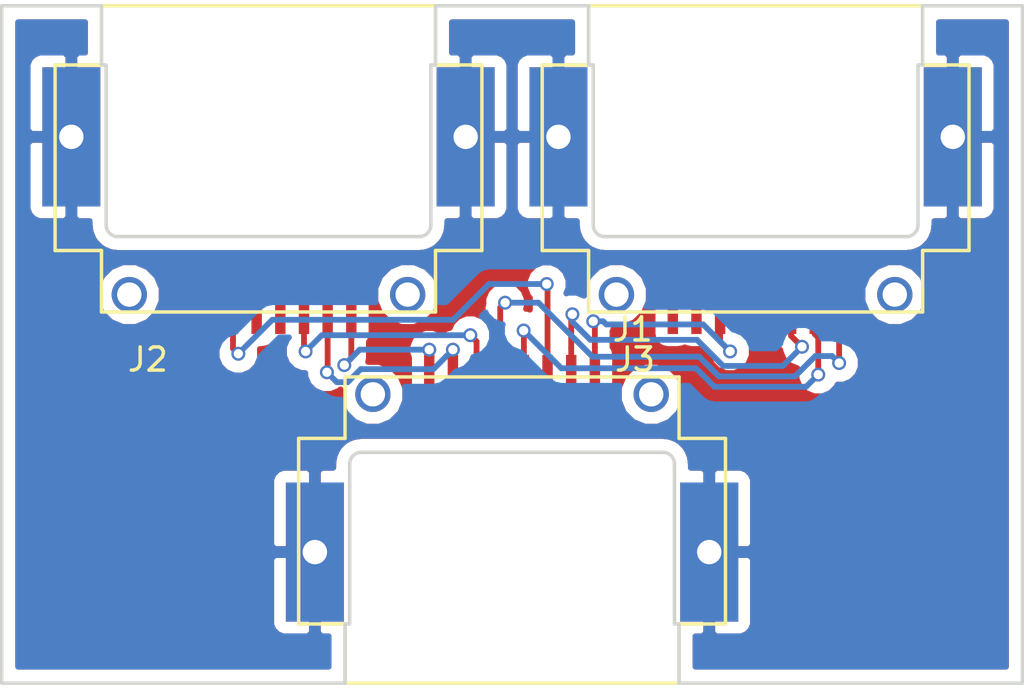
<source format=kicad_pcb>
(kicad_pcb (version 4) (host pcbnew 4.0.6)

  (general
    (links 13)
    (no_connects 5)
    (area 158.924999 99.724999 203.075001 129.075001)
    (thickness 1.6)
    (drawings 7)
    (tracks 97)
    (zones 0)
    (modules 3)
    (nets 10)
  )

  (page A4)
  (layers
    (0 F.Cu signal)
    (31 B.Cu signal)
    (32 B.Adhes user)
    (33 F.Adhes user)
    (34 B.Paste user)
    (35 F.Paste user)
    (36 B.SilkS user)
    (37 F.SilkS user)
    (38 B.Mask user)
    (39 F.Mask user)
    (40 Dwgs.User user)
    (41 Cmts.User user)
    (42 Eco1.User user)
    (43 Eco2.User user)
    (44 Edge.Cuts user)
    (45 Margin user)
    (46 B.CrtYd user)
    (47 F.CrtYd user)
    (48 B.Fab user)
    (49 F.Fab user)
  )

  (setup
    (last_trace_width 0.25)
    (trace_clearance 0.2)
    (zone_clearance 0.508)
    (zone_45_only no)
    (trace_min 0.2)
    (segment_width 0.2)
    (edge_width 0.15)
    (via_size 0.6)
    (via_drill 0.4)
    (via_min_size 0.4)
    (via_min_drill 0.3)
    (uvia_size 0.3)
    (uvia_drill 0.1)
    (uvias_allowed no)
    (uvia_min_size 0.2)
    (uvia_min_drill 0.1)
    (pcb_text_width 0.3)
    (pcb_text_size 1.5 1.5)
    (mod_edge_width 0.15)
    (mod_text_size 1 1)
    (mod_text_width 0.15)
    (pad_size 1.524 1.524)
    (pad_drill 0.762)
    (pad_to_mask_clearance 0.2)
    (aux_axis_origin 0 0)
    (visible_elements FFFFFF7F)
    (pcbplotparams
      (layerselection 0x00030_80000001)
      (usegerberextensions false)
      (excludeedgelayer true)
      (linewidth 0.100000)
      (plotframeref false)
      (viasonmask false)
      (mode 1)
      (useauxorigin false)
      (hpglpennumber 1)
      (hpglpenspeed 20)
      (hpglpendiameter 15)
      (hpglpenoverlay 2)
      (psnegative false)
      (psa4output false)
      (plotreference true)
      (plotvalue true)
      (plotinvisibletext false)
      (padsonsilk false)
      (subtractmaskfromsilk false)
      (outputformat 1)
      (mirror false)
      (drillshape 1)
      (scaleselection 1)
      (outputdirectory ""))
  )

  (net 0 "")
  (net 1 "Net-(J1-Pad9)")
  (net 2 "Net-(J1-Pad5)")
  (net 3 "Net-(J1-Pad4)")
  (net 4 "Net-(J1-Pad6)")
  (net 5 "Net-(J1-Pad3)")
  (net 6 "Net-(J1-Pad2)")
  (net 7 "Net-(J1-Pad7)")
  (net 8 "Net-(J1-Pad8)")
  (net 9 "Net-(J1-Pad1)")

  (net_class Default "This is the default net class."
    (clearance 0.2)
    (trace_width 0.25)
    (via_dia 0.6)
    (via_drill 0.4)
    (uvia_dia 0.3)
    (uvia_drill 0.1)
    (add_net "Net-(J1-Pad1)")
    (add_net "Net-(J1-Pad2)")
    (add_net "Net-(J1-Pad3)")
    (add_net "Net-(J1-Pad4)")
    (add_net "Net-(J1-Pad5)")
    (add_net "Net-(J1-Pad6)")
    (add_net "Net-(J1-Pad7)")
    (add_net "Net-(J1-Pad8)")
    (add_net "Net-(J1-Pad9)")
  )

  (module rj45mid:rj45mid (layer F.Cu) (tedit 593474EC) (tstamp 59347147)
    (at 181 129 180)
    (path /59346FCC)
    (fp_text reference J1 (at -5.2 15.25 180) (layer F.SilkS)
      (effects (font (size 1 1) (thickness 0.15)))
    )
    (fp_text value RJ45 (at 0.1 15.45 180) (layer F.Fab)
      (effects (font (size 1 1) (thickness 0.15)))
    )
    (fp_arc (start -6.5 9.45) (end -6.5 9.95) (angle 90) (layer Edge.Cuts) (width 0.15))
    (fp_arc (start 6.5 9.45) (end 7 9.45) (angle 90) (layer Edge.Cuts) (width 0.15))
    (fp_line (start -7.2 10.55) (end -7.2 13.2) (layer F.SilkS) (width 0.15))
    (fp_line (start -9.2 10.55) (end -7.2 10.55) (layer F.SilkS) (width 0.15))
    (fp_line (start -7.2 2.55) (end -7.2 0) (layer F.SilkS) (width 0.15))
    (fp_line (start -9.2 2.55) (end -7.2 2.55) (layer F.SilkS) (width 0.15))
    (fp_line (start 7 9.45) (end 7 2.55) (layer Edge.Cuts) (width 0.15))
    (fp_line (start -7 2.55) (end -7 9.45) (layer Edge.Cuts) (width 0.15))
    (fp_line (start 6.5 9.95) (end -6.5 9.95) (layer Edge.Cuts) (width 0.15))
    (fp_line (start -7.2 2.55) (end -7 2.55) (layer Edge.Cuts) (width 0.15))
    (fp_line (start 7.2 0) (end 7.2 2.55) (layer Edge.Cuts) (width 0.15))
    (fp_line (start -7.2 13.2) (end 7.2 13.2) (layer F.SilkS) (width 0.15))
    (fp_line (start -9.2 2.55) (end -9.2 10.55) (layer F.SilkS) (width 0.15))
    (fp_line (start -7.2 0) (end 7.2 0) (layer F.SilkS) (width 0.15))
    (fp_line (start -7.2 0) (end -7.2 2.55) (layer Edge.Cuts) (width 0.15))
    (fp_line (start 7 2.55) (end 7.2 2.55) (layer Edge.Cuts) (width 0.15))
    (fp_line (start 7.2 2.55) (end 7.2 0) (layer F.SilkS) (width 0.15))
    (fp_line (start 7.2 2.55) (end 9.2 2.55) (layer F.SilkS) (width 0.15))
    (fp_line (start 9.2 2.55) (end 9.2 10.55) (layer F.SilkS) (width 0.15))
    (fp_line (start 7.2 10.55) (end 9.2 10.55) (layer F.SilkS) (width 0.15))
    (fp_line (start 7.2 10.55) (end 7.2 13.2) (layer F.SilkS) (width 0.15))
    (pad "" np_thru_hole circle (at -6 12.45 180) (size 1.524 1.524) (drill 1.05) (layers *.Cu *.Mask))
    (pad "" np_thru_hole circle (at 6 12.45 180) (size 1.524 1.524) (drill 1.05) (layers *.Cu *.Mask))
    (pad 9 thru_hole rect (at -8.5 5.65 180) (size 2.5 6) (drill 1.05) (layers *.Cu *.Mask)
      (net 1 "Net-(J1-Pad9)"))
    (pad 9 thru_hole rect (at 8.5 5.65 180) (size 2.5 6) (drill 1.05) (layers *.Cu *.Mask)
      (net 1 "Net-(J1-Pad9)"))
    (pad 5 smd rect (at -0.51 12.75 180) (size 0.45 2.8) (layers F.Cu F.Paste F.Mask)
      (net 2 "Net-(J1-Pad5)"))
    (pad 4 smd rect (at 0.51 12.75 180) (size 0.45 2.8) (layers F.Cu F.Paste F.Mask)
      (net 3 "Net-(J1-Pad4)"))
    (pad 6 smd rect (at -1.53 12.75 180) (size 0.45 2.8) (layers F.Cu F.Paste F.Mask)
      (net 4 "Net-(J1-Pad6)"))
    (pad 3 smd rect (at 1.53 12.75 180) (size 0.45 2.8) (layers F.Cu F.Paste F.Mask)
      (net 5 "Net-(J1-Pad3)"))
    (pad 2 smd rect (at 2.55 12.75 180) (size 0.45 2.8) (layers F.Cu F.Paste F.Mask)
      (net 6 "Net-(J1-Pad2)"))
    (pad 7 smd rect (at -2.55 12.75 180) (size 0.45 2.8) (layers F.Cu F.Paste F.Mask)
      (net 7 "Net-(J1-Pad7)"))
    (pad 8 smd rect (at -3.57 12.75 180) (size 0.45 2.8) (layers F.Cu F.Paste F.Mask)
      (net 8 "Net-(J1-Pad8)"))
    (pad 1 smd rect (at 3.57 12.75 180) (size 0.45 2.8) (layers F.Cu F.Paste F.Mask)
      (net 9 "Net-(J1-Pad1)"))
  )

  (module rj45mid:rj45mid (layer F.Cu) (tedit 593474EC) (tstamp 59347272)
    (at 191.5 99.8)
    (path /59347207)
    (fp_text reference J3 (at -5.2 15.25) (layer F.SilkS)
      (effects (font (size 1 1) (thickness 0.15)))
    )
    (fp_text value RJ45 (at 0.1 15.45) (layer F.Fab)
      (effects (font (size 1 1) (thickness 0.15)))
    )
    (fp_arc (start -6.5 9.45) (end -6.5 9.95) (angle 90) (layer Edge.Cuts) (width 0.15))
    (fp_arc (start 6.5 9.45) (end 7 9.45) (angle 90) (layer Edge.Cuts) (width 0.15))
    (fp_line (start -7.2 10.55) (end -7.2 13.2) (layer F.SilkS) (width 0.15))
    (fp_line (start -9.2 10.55) (end -7.2 10.55) (layer F.SilkS) (width 0.15))
    (fp_line (start -7.2 2.55) (end -7.2 0) (layer F.SilkS) (width 0.15))
    (fp_line (start -9.2 2.55) (end -7.2 2.55) (layer F.SilkS) (width 0.15))
    (fp_line (start 7 9.45) (end 7 2.55) (layer Edge.Cuts) (width 0.15))
    (fp_line (start -7 2.55) (end -7 9.45) (layer Edge.Cuts) (width 0.15))
    (fp_line (start 6.5 9.95) (end -6.5 9.95) (layer Edge.Cuts) (width 0.15))
    (fp_line (start -7.2 2.55) (end -7 2.55) (layer Edge.Cuts) (width 0.15))
    (fp_line (start 7.2 0) (end 7.2 2.55) (layer Edge.Cuts) (width 0.15))
    (fp_line (start -7.2 13.2) (end 7.2 13.2) (layer F.SilkS) (width 0.15))
    (fp_line (start -9.2 2.55) (end -9.2 10.55) (layer F.SilkS) (width 0.15))
    (fp_line (start -7.2 0) (end 7.2 0) (layer F.SilkS) (width 0.15))
    (fp_line (start -7.2 0) (end -7.2 2.55) (layer Edge.Cuts) (width 0.15))
    (fp_line (start 7 2.55) (end 7.2 2.55) (layer Edge.Cuts) (width 0.15))
    (fp_line (start 7.2 2.55) (end 7.2 0) (layer F.SilkS) (width 0.15))
    (fp_line (start 7.2 2.55) (end 9.2 2.55) (layer F.SilkS) (width 0.15))
    (fp_line (start 9.2 2.55) (end 9.2 10.55) (layer F.SilkS) (width 0.15))
    (fp_line (start 7.2 10.55) (end 9.2 10.55) (layer F.SilkS) (width 0.15))
    (fp_line (start 7.2 10.55) (end 7.2 13.2) (layer F.SilkS) (width 0.15))
    (pad "" np_thru_hole circle (at -6 12.45) (size 1.524 1.524) (drill 1.05) (layers *.Cu *.Mask))
    (pad "" np_thru_hole circle (at 6 12.45) (size 1.524 1.524) (drill 1.05) (layers *.Cu *.Mask))
    (pad 9 thru_hole rect (at -8.5 5.65) (size 2.5 6) (drill 1.05) (layers *.Cu *.Mask)
      (net 1 "Net-(J1-Pad9)"))
    (pad 9 thru_hole rect (at 8.5 5.65) (size 2.5 6) (drill 1.05) (layers *.Cu *.Mask)
      (net 1 "Net-(J1-Pad9)"))
    (pad 5 smd rect (at -0.51 12.75) (size 0.45 2.8) (layers F.Cu F.Paste F.Mask))
    (pad 4 smd rect (at 0.51 12.75) (size 0.45 2.8) (layers F.Cu F.Paste F.Mask))
    (pad 6 smd rect (at -1.53 12.75) (size 0.45 2.8) (layers F.Cu F.Paste F.Mask)
      (net 8 "Net-(J1-Pad8)"))
    (pad 3 smd rect (at 1.53 12.75) (size 0.45 2.8) (layers F.Cu F.Paste F.Mask)
      (net 7 "Net-(J1-Pad7)"))
    (pad 2 smd rect (at 2.55 12.75) (size 0.45 2.8) (layers F.Cu F.Paste F.Mask)
      (net 2 "Net-(J1-Pad5)"))
    (pad 7 smd rect (at -2.55 12.75) (size 0.45 2.8) (layers F.Cu F.Paste F.Mask))
    (pad 8 smd rect (at -3.57 12.75) (size 0.45 2.8) (layers F.Cu F.Paste F.Mask))
    (pad 1 smd rect (at 3.57 12.75) (size 0.45 2.8) (layers F.Cu F.Paste F.Mask)
      (net 3 "Net-(J1-Pad4)"))
  )

  (module rj45mid:rj45mid (layer F.Cu) (tedit 593474EC) (tstamp 59347262)
    (at 170.5 99.8)
    (path /59347189)
    (fp_text reference J2 (at -5.2 15.25) (layer F.SilkS)
      (effects (font (size 1 1) (thickness 0.15)))
    )
    (fp_text value RJ45 (at 0.1 15.45) (layer F.Fab)
      (effects (font (size 1 1) (thickness 0.15)))
    )
    (fp_arc (start -6.5 9.45) (end -6.5 9.95) (angle 90) (layer Edge.Cuts) (width 0.15))
    (fp_arc (start 6.5 9.45) (end 7 9.45) (angle 90) (layer Edge.Cuts) (width 0.15))
    (fp_line (start -7.2 10.55) (end -7.2 13.2) (layer F.SilkS) (width 0.15))
    (fp_line (start -9.2 10.55) (end -7.2 10.55) (layer F.SilkS) (width 0.15))
    (fp_line (start -7.2 2.55) (end -7.2 0) (layer F.SilkS) (width 0.15))
    (fp_line (start -9.2 2.55) (end -7.2 2.55) (layer F.SilkS) (width 0.15))
    (fp_line (start 7 9.45) (end 7 2.55) (layer Edge.Cuts) (width 0.15))
    (fp_line (start -7 2.55) (end -7 9.45) (layer Edge.Cuts) (width 0.15))
    (fp_line (start 6.5 9.95) (end -6.5 9.95) (layer Edge.Cuts) (width 0.15))
    (fp_line (start -7.2 2.55) (end -7 2.55) (layer Edge.Cuts) (width 0.15))
    (fp_line (start 7.2 0) (end 7.2 2.55) (layer Edge.Cuts) (width 0.15))
    (fp_line (start -7.2 13.2) (end 7.2 13.2) (layer F.SilkS) (width 0.15))
    (fp_line (start -9.2 2.55) (end -9.2 10.55) (layer F.SilkS) (width 0.15))
    (fp_line (start -7.2 0) (end 7.2 0) (layer F.SilkS) (width 0.15))
    (fp_line (start -7.2 0) (end -7.2 2.55) (layer Edge.Cuts) (width 0.15))
    (fp_line (start 7 2.55) (end 7.2 2.55) (layer Edge.Cuts) (width 0.15))
    (fp_line (start 7.2 2.55) (end 7.2 0) (layer F.SilkS) (width 0.15))
    (fp_line (start 7.2 2.55) (end 9.2 2.55) (layer F.SilkS) (width 0.15))
    (fp_line (start 9.2 2.55) (end 9.2 10.55) (layer F.SilkS) (width 0.15))
    (fp_line (start 7.2 10.55) (end 9.2 10.55) (layer F.SilkS) (width 0.15))
    (fp_line (start 7.2 10.55) (end 7.2 13.2) (layer F.SilkS) (width 0.15))
    (pad "" np_thru_hole circle (at -6 12.45) (size 1.524 1.524) (drill 1.05) (layers *.Cu *.Mask))
    (pad "" np_thru_hole circle (at 6 12.45) (size 1.524 1.524) (drill 1.05) (layers *.Cu *.Mask))
    (pad 9 thru_hole rect (at -8.5 5.65) (size 2.5 6) (drill 1.05) (layers *.Cu *.Mask)
      (net 1 "Net-(J1-Pad9)"))
    (pad 9 thru_hole rect (at 8.5 5.65) (size 2.5 6) (drill 1.05) (layers *.Cu *.Mask)
      (net 1 "Net-(J1-Pad9)"))
    (pad 5 smd rect (at -0.51 12.75) (size 0.45 2.8) (layers F.Cu F.Paste F.Mask))
    (pad 4 smd rect (at 0.51 12.75) (size 0.45 2.8) (layers F.Cu F.Paste F.Mask))
    (pad 6 smd rect (at -1.53 12.75) (size 0.45 2.8) (layers F.Cu F.Paste F.Mask)
      (net 4 "Net-(J1-Pad6)"))
    (pad 3 smd rect (at 1.53 12.75) (size 0.45 2.8) (layers F.Cu F.Paste F.Mask)
      (net 5 "Net-(J1-Pad3)"))
    (pad 2 smd rect (at 2.55 12.75) (size 0.45 2.8) (layers F.Cu F.Paste F.Mask)
      (net 6 "Net-(J1-Pad2)"))
    (pad 7 smd rect (at -2.55 12.75) (size 0.45 2.8) (layers F.Cu F.Paste F.Mask))
    (pad 8 smd rect (at -3.57 12.75) (size 0.45 2.8) (layers F.Cu F.Paste F.Mask))
    (pad 1 smd rect (at 3.57 12.75) (size 0.45 2.8) (layers F.Cu F.Paste F.Mask)
      (net 9 "Net-(J1-Pad1)"))
  )

  (gr_line (start 177.7 99.8) (end 184.3 99.8) (layer Edge.Cuts) (width 0.15))
  (gr_line (start 203 99.8) (end 203 129) (layer Edge.Cuts) (width 0.15))
  (gr_line (start 198.7 99.8) (end 203 99.8) (layer Edge.Cuts) (width 0.15))
  (gr_line (start 159 129) (end 173.8 129) (layer Edge.Cuts) (width 0.15))
  (gr_line (start 159 99.8) (end 159 129) (layer Edge.Cuts) (width 0.15))
  (gr_line (start 163.3 99.8) (end 159 99.8) (layer Edge.Cuts) (width 0.15))
  (gr_line (start 188.2 129) (end 203 129) (layer Edge.Cuts) (width 0.15))

  (segment (start 194.2 115.7) (end 194.2 114.1) (width 0.25) (layer F.Cu) (net 2))
  (segment (start 194.2 114.1) (end 194.05 113.95) (width 0.25) (layer F.Cu) (net 2))
  (segment (start 194.05 113.95) (end 194.05 112.55) (width 0.25) (layer F.Cu) (net 2))
  (segment (start 193.583831 116.225024) (end 193.674976 116.225024) (width 0.25) (layer B.Cu) (net 2))
  (segment (start 193.674976 116.225024) (end 194.2 115.7) (width 0.25) (layer B.Cu) (net 2))
  (via (at 194.2 115.7) (size 0.6) (drill 0.4) (layers F.Cu B.Cu) (net 2))
  (segment (start 189.727198 116.225024) (end 193.583831 116.225024) (width 0.25) (layer B.Cu) (net 2))
  (segment (start 183.125001 115.425001) (end 188.927175 115.425001) (width 0.25) (layer B.Cu) (net 2))
  (segment (start 181.5 113.8) (end 183.125001 115.425001) (width 0.25) (layer B.Cu) (net 2))
  (segment (start 188.927175 115.425001) (end 189.727198 116.225024) (width 0.25) (layer B.Cu) (net 2))
  (segment (start 181.51 114.51) (end 181.51 113.81) (width 0.25) (layer F.Cu) (net 2))
  (segment (start 181.51 113.81) (end 181.5 113.8) (width 0.25) (layer F.Cu) (net 2))
  (via (at 181.5 113.8) (size 0.6) (drill 0.4) (layers F.Cu B.Cu) (net 2))
  (segment (start 181.51 116.25) (end 181.51 114.51) (width 0.25) (layer F.Cu) (net 2))
  (segment (start 193.199983 115.775013) (end 194.074995 114.900001) (width 0.25) (layer B.Cu) (net 3))
  (segment (start 194.074995 114.900001) (end 194.800001 114.900001) (width 0.25) (layer B.Cu) (net 3))
  (segment (start 184.467091 114.928504) (end 189.067089 114.928504) (width 0.25) (layer B.Cu) (net 3))
  (segment (start 182.138587 112.6) (end 184.467091 114.928504) (width 0.25) (layer B.Cu) (net 3))
  (segment (start 189.067089 114.928504) (end 189.913598 115.775013) (width 0.25) (layer B.Cu) (net 3))
  (segment (start 180.7 112.6) (end 182.138587 112.6) (width 0.25) (layer B.Cu) (net 3))
  (segment (start 194.800001 114.900001) (end 195.1 115.2) (width 0.25) (layer B.Cu) (net 3))
  (segment (start 189.913598 115.775013) (end 193.199983 115.775013) (width 0.25) (layer B.Cu) (net 3))
  (segment (start 195.1 115.2) (end 195.1 112.58) (width 0.25) (layer F.Cu) (net 3))
  (segment (start 195.1 112.58) (end 195.07 112.55) (width 0.25) (layer F.Cu) (net 3))
  (via (at 195.1 115.2) (size 0.6) (drill 0.4) (layers F.Cu B.Cu) (net 3))
  (segment (start 180.49 114.51) (end 180.49 112.81) (width 0.25) (layer F.Cu) (net 3))
  (segment (start 180.49 112.81) (end 180.7 112.6) (width 0.25) (layer F.Cu) (net 3))
  (via (at 180.7 112.6) (size 0.6) (drill 0.4) (layers F.Cu B.Cu) (net 3))
  (segment (start 180.49 116.25) (end 180.49 114.51) (width 0.25) (layer F.Cu) (net 3))
  (segment (start 182.071286 111.79555) (end 182.49555 111.79555) (width 0.25) (layer B.Cu) (net 4))
  (segment (start 170.662999 113.337001) (end 178.462999 113.337001) (width 0.25) (layer B.Cu) (net 4))
  (segment (start 169.2 114.8) (end 170.662999 113.337001) (width 0.25) (layer B.Cu) (net 4))
  (via (at 182.49555 111.79555) (size 0.6) (drill 0.4) (layers F.Cu B.Cu) (net 4))
  (segment (start 182.53 111.83) (end 182.49555 111.79555) (width 0.25) (layer F.Cu) (net 4))
  (segment (start 182.53 116.25) (end 182.53 111.83) (width 0.25) (layer F.Cu) (net 4))
  (segment (start 180.00445 111.79555) (end 182.071286 111.79555) (width 0.25) (layer B.Cu) (net 4))
  (segment (start 178.462999 113.337001) (end 180.00445 111.79555) (width 0.25) (layer B.Cu) (net 4))
  (segment (start 168.97 114.2) (end 168.97 114.57) (width 0.25) (layer F.Cu) (net 4))
  (via (at 169.2 114.8) (size 0.6) (drill 0.4) (layers F.Cu B.Cu) (net 4))
  (segment (start 168.97 114.57) (end 169.2 114.8) (width 0.25) (layer F.Cu) (net 4))
  (segment (start 168.97 112.55) (end 168.97 114.2) (width 0.25) (layer F.Cu) (net 4))
  (segment (start 179.47 116.25) (end 179.47 114.27) (width 0.25) (layer F.Cu) (net 5))
  (segment (start 179.47 114.27) (end 179.4 114.2) (width 0.25) (layer F.Cu) (net 5))
  (segment (start 179.4 114.2) (end 179.2 114) (width 0.25) (layer F.Cu) (net 5))
  (segment (start 172.1 114.7) (end 172.8 114) (width 0.25) (layer B.Cu) (net 5))
  (segment (start 172.8 114) (end 179.2 114) (width 0.25) (layer B.Cu) (net 5))
  (via (at 179.2 114) (size 0.6) (drill 0.4) (layers F.Cu B.Cu) (net 5))
  (segment (start 172.03 114.13) (end 172.03 114.63) (width 0.25) (layer F.Cu) (net 5))
  (segment (start 172.03 114.63) (end 172.1 114.7) (width 0.25) (layer F.Cu) (net 5))
  (via (at 172.1 114.7) (size 0.6) (drill 0.4) (layers F.Cu B.Cu) (net 5))
  (segment (start 172.03 112.55) (end 172.03 114.13) (width 0.25) (layer F.Cu) (net 5))
  (segment (start 174.478239 115.462999) (end 177.612011 115.462999) (width 0.25) (layer B.Cu) (net 6))
  (segment (start 177.612011 115.462999) (end 178.150001 114.925009) (width 0.25) (layer B.Cu) (net 6))
  (segment (start 173.444827 116.025001) (end 173.916237 116.025001) (width 0.25) (layer B.Cu) (net 6))
  (segment (start 178.150001 114.925009) (end 178.45 114.62501) (width 0.25) (layer B.Cu) (net 6))
  (segment (start 173.916237 116.025001) (end 174.478239 115.462999) (width 0.25) (layer B.Cu) (net 6))
  (segment (start 178.45 116.25) (end 178.45 114.62501) (width 0.25) (layer F.Cu) (net 6))
  (via (at 178.45 114.62501) (size 0.6) (drill 0.4) (layers F.Cu B.Cu) (net 6))
  (segment (start 173.017933 115.598107) (end 173.444827 116.025001) (width 0.25) (layer B.Cu) (net 6))
  (segment (start 173.05 115.56604) (end 173.017933 115.598107) (width 0.25) (layer F.Cu) (net 6))
  (segment (start 173.05 112.55) (end 173.05 115.56604) (width 0.25) (layer F.Cu) (net 6))
  (via (at 173.017933 115.598107) (size 0.6) (drill 0.4) (layers F.Cu B.Cu) (net 6))
  (segment (start 193.03 112.55) (end 193.03 114.03) (width 0.25) (layer F.Cu) (net 7))
  (segment (start 193.03 114.03) (end 193.5 114.5) (width 0.25) (layer F.Cu) (net 7))
  (via (at 193.5 114.5) (size 0.6) (drill 0.4) (layers F.Cu B.Cu) (net 7))
  (segment (start 190.099998 115.325002) (end 192.674998 115.325002) (width 0.25) (layer B.Cu) (net 7))
  (segment (start 192.674998 115.325002) (end 193.200001 114.799999) (width 0.25) (layer B.Cu) (net 7))
  (segment (start 193.200001 114.799999) (end 193.5 114.5) (width 0.25) (layer B.Cu) (net 7))
  (segment (start 188.974997 114.200001) (end 190.099998 115.325002) (width 0.25) (layer B.Cu) (net 7))
  (segment (start 184.374999 114.200001) (end 188.974997 114.200001) (width 0.25) (layer B.Cu) (net 7))
  (segment (start 183.6 113.425002) (end 184.374999 114.200001) (width 0.25) (layer B.Cu) (net 7))
  (segment (start 183.6 113.1) (end 183.6 113.425002) (width 0.25) (layer B.Cu) (net 7))
  (segment (start 183.55 114.55) (end 183.55 113.15) (width 0.25) (layer F.Cu) (net 7))
  (segment (start 183.55 113.15) (end 183.6 113.1) (width 0.25) (layer F.Cu) (net 7))
  (via (at 183.6 113.1) (size 0.6) (drill 0.4) (layers F.Cu B.Cu) (net 7))
  (segment (start 183.55 116.25) (end 183.55 114.55) (width 0.25) (layer F.Cu) (net 7))
  (segment (start 189.97 112.55) (end 189.97 114.27) (width 0.25) (layer F.Cu) (net 8))
  (segment (start 189.97 114.27) (end 190.4 114.7) (width 0.25) (layer F.Cu) (net 8))
  (segment (start 184.5 113.4) (end 184.924264 113.4) (width 0.25) (layer B.Cu) (net 8))
  (segment (start 184.924264 113.4) (end 185.061265 113.537001) (width 0.25) (layer B.Cu) (net 8))
  (segment (start 185.061265 113.537001) (end 189.237001 113.537001) (width 0.25) (layer B.Cu) (net 8))
  (segment (start 189.237001 113.537001) (end 190.4 114.7) (width 0.25) (layer B.Cu) (net 8))
  (via (at 184.5 113.4) (size 0.6) (drill 0.4) (layers F.Cu B.Cu) (net 8))
  (segment (start 184.57 113.47) (end 184.5 113.4) (width 0.25) (layer F.Cu) (net 8))
  (segment (start 184.57 114.53) (end 184.57 113.47) (width 0.25) (layer F.Cu) (net 8))
  (via (at 190.4 114.7) (size 0.6) (drill 0.4) (layers F.Cu B.Cu) (net 8))
  (segment (start 184.57 114.53) (end 184.564999 114.524999) (width 0.25) (layer F.Cu) (net 8))
  (segment (start 184.57 116.25) (end 184.57 114.53) (width 0.25) (layer F.Cu) (net 8))
  (segment (start 174.432324 114.62501) (end 177.005736 114.62501) (width 0.25) (layer B.Cu) (net 9))
  (segment (start 173.767268 115.290066) (end 174.432324 114.62501) (width 0.25) (layer B.Cu) (net 9))
  (segment (start 177.005736 114.62501) (end 177.43 114.62501) (width 0.25) (layer B.Cu) (net 9))
  (segment (start 177.43 116.25) (end 177.43 114.62501) (width 0.25) (layer F.Cu) (net 9))
  (via (at 177.43 114.62501) (size 0.6) (drill 0.4) (layers F.Cu B.Cu) (net 9))
  (via (at 173.767268 115.290066) (size 0.6) (drill 0.4) (layers F.Cu B.Cu) (net 9))
  (segment (start 174.07 114.17) (end 174.07 114.987334) (width 0.25) (layer F.Cu) (net 9))
  (segment (start 174.07 114.987334) (end 173.767268 115.290066) (width 0.25) (layer F.Cu) (net 9))
  (segment (start 174.07 112.55) (end 174.07 114.17) (width 0.25) (layer F.Cu) (net 9))

  (zone (net 1) (net_name "Net-(J1-Pad9)") (layer F.Cu) (tstamp 0) (hatch edge 0.508)
    (connect_pads (clearance 0.508))
    (min_thickness 0.254)
    (fill yes (arc_segments 16) (thermal_gap 0.508) (thermal_bridge_width 0.508))
    (polygon
      (pts
        (xy 203 99.8) (xy 159 99.8) (xy 159 129) (xy 203 129)
      )
    )
    (filled_polygon
      (pts
        (xy 162.59 101.815) (xy 162.28575 101.815) (xy 162.127 101.97375) (xy 162.127 105.323) (xy 162.147 105.323)
        (xy 162.147 105.577) (xy 162.127 105.577) (xy 162.127 108.92625) (xy 162.28575 109.085) (xy 162.79 109.085)
        (xy 162.79 109.25) (xy 162.803642 109.318584) (xy 162.803642 109.388513) (xy 162.841702 109.579856) (xy 162.913026 109.752046)
        (xy 162.947718 109.8358) (xy 163.056105 109.99801) (xy 163.134458 110.076363) (xy 163.251989 110.193895) (xy 163.4142 110.302282)
        (xy 163.414203 110.302283) (xy 163.414204 110.302284) (xy 163.670145 110.408298) (xy 163.861487 110.446358) (xy 163.931416 110.446358)
        (xy 164 110.46) (xy 177 110.46) (xy 177.068584 110.446358) (xy 177.138513 110.446358) (xy 177.329856 110.408298)
        (xy 177.585796 110.302284) (xy 177.585797 110.302283) (xy 177.5858 110.302282) (xy 177.74801 110.193895) (xy 177.835508 110.106396)
        (xy 177.943895 109.998011) (xy 178.052282 109.8358) (xy 178.086974 109.752046) (xy 178.158298 109.579855) (xy 178.196358 109.388513)
        (xy 178.196358 109.318584) (xy 178.21 109.25) (xy 178.21 109.085) (xy 178.71425 109.085) (xy 178.873 108.92625)
        (xy 178.873 105.577) (xy 179.127 105.577) (xy 179.127 108.92625) (xy 179.28575 109.085) (xy 180.376309 109.085)
        (xy 180.609698 108.988327) (xy 180.788327 108.809699) (xy 180.885 108.57631) (xy 180.885 105.73575) (xy 181.115 105.73575)
        (xy 181.115 108.57631) (xy 181.211673 108.809699) (xy 181.390302 108.988327) (xy 181.623691 109.085) (xy 182.71425 109.085)
        (xy 182.873 108.92625) (xy 182.873 105.577) (xy 181.27375 105.577) (xy 181.115 105.73575) (xy 180.885 105.73575)
        (xy 180.72625 105.577) (xy 179.127 105.577) (xy 178.873 105.577) (xy 178.853 105.577) (xy 178.853 105.323)
        (xy 178.873 105.323) (xy 178.873 101.97375) (xy 179.127 101.97375) (xy 179.127 105.323) (xy 180.72625 105.323)
        (xy 180.885 105.16425) (xy 180.885 102.32369) (xy 181.115 102.32369) (xy 181.115 105.16425) (xy 181.27375 105.323)
        (xy 182.873 105.323) (xy 182.873 101.97375) (xy 182.71425 101.815) (xy 181.623691 101.815) (xy 181.390302 101.911673)
        (xy 181.211673 102.090301) (xy 181.115 102.32369) (xy 180.885 102.32369) (xy 180.788327 102.090301) (xy 180.609698 101.911673)
        (xy 180.376309 101.815) (xy 179.28575 101.815) (xy 179.127 101.97375) (xy 178.873 101.97375) (xy 178.71425 101.815)
        (xy 178.41 101.815) (xy 178.41 100.51) (xy 183.59 100.51) (xy 183.59 101.815) (xy 183.28575 101.815)
        (xy 183.127 101.97375) (xy 183.127 105.323) (xy 183.147 105.323) (xy 183.147 105.577) (xy 183.127 105.577)
        (xy 183.127 108.92625) (xy 183.28575 109.085) (xy 183.79 109.085) (xy 183.79 109.25) (xy 183.803642 109.318584)
        (xy 183.803642 109.388513) (xy 183.841702 109.579856) (xy 183.913026 109.752046) (xy 183.947718 109.8358) (xy 184.056105 109.99801)
        (xy 184.134458 110.076363) (xy 184.251989 110.193895) (xy 184.4142 110.302282) (xy 184.414203 110.302283) (xy 184.414204 110.302284)
        (xy 184.670145 110.408298) (xy 184.861487 110.446358) (xy 184.931416 110.446358) (xy 185 110.46) (xy 198 110.46)
        (xy 198.068584 110.446358) (xy 198.138513 110.446358) (xy 198.329856 110.408298) (xy 198.585796 110.302284) (xy 198.585797 110.302283)
        (xy 198.5858 110.302282) (xy 198.74801 110.193895) (xy 198.835508 110.106396) (xy 198.943895 109.998011) (xy 199.052282 109.8358)
        (xy 199.086974 109.752046) (xy 199.158298 109.579855) (xy 199.196358 109.388513) (xy 199.196358 109.318584) (xy 199.21 109.25)
        (xy 199.21 109.085) (xy 199.71425 109.085) (xy 199.873 108.92625) (xy 199.873 105.577) (xy 200.127 105.577)
        (xy 200.127 108.92625) (xy 200.28575 109.085) (xy 201.376309 109.085) (xy 201.609698 108.988327) (xy 201.788327 108.809699)
        (xy 201.885 108.57631) (xy 201.885 105.73575) (xy 201.72625 105.577) (xy 200.127 105.577) (xy 199.873 105.577)
        (xy 199.853 105.577) (xy 199.853 105.323) (xy 199.873 105.323) (xy 199.873 101.97375) (xy 200.127 101.97375)
        (xy 200.127 105.323) (xy 201.72625 105.323) (xy 201.885 105.16425) (xy 201.885 102.32369) (xy 201.788327 102.090301)
        (xy 201.609698 101.911673) (xy 201.376309 101.815) (xy 200.28575 101.815) (xy 200.127 101.97375) (xy 199.873 101.97375)
        (xy 199.71425 101.815) (xy 199.41 101.815) (xy 199.41 100.51) (xy 202.29 100.51) (xy 202.29 128.29)
        (xy 188.91 128.29) (xy 188.91 126.985) (xy 189.21425 126.985) (xy 189.373 126.82625) (xy 189.373 123.477)
        (xy 189.627 123.477) (xy 189.627 126.82625) (xy 189.78575 126.985) (xy 190.876309 126.985) (xy 191.109698 126.888327)
        (xy 191.288327 126.709699) (xy 191.385 126.47631) (xy 191.385 123.63575) (xy 191.22625 123.477) (xy 189.627 123.477)
        (xy 189.373 123.477) (xy 189.353 123.477) (xy 189.353 123.223) (xy 189.373 123.223) (xy 189.373 119.87375)
        (xy 189.627 119.87375) (xy 189.627 123.223) (xy 191.22625 123.223) (xy 191.385 123.06425) (xy 191.385 120.22369)
        (xy 191.288327 119.990301) (xy 191.109698 119.811673) (xy 190.876309 119.715) (xy 189.78575 119.715) (xy 189.627 119.87375)
        (xy 189.373 119.87375) (xy 189.21425 119.715) (xy 188.71 119.715) (xy 188.71 119.55) (xy 188.696358 119.481416)
        (xy 188.696358 119.411487) (xy 188.658298 119.220145) (xy 188.552284 118.964204) (xy 188.552283 118.964203) (xy 188.552282 118.9642)
        (xy 188.443895 118.801989) (xy 188.29745 118.655546) (xy 188.24801 118.606105) (xy 188.0858 118.497718) (xy 188.085797 118.497717)
        (xy 188.085796 118.497716) (xy 187.829856 118.391702) (xy 187.638513 118.353642) (xy 187.568584 118.353642) (xy 187.5 118.34)
        (xy 174.5 118.34) (xy 174.431416 118.353642) (xy 174.170145 118.391702) (xy 173.914204 118.497716) (xy 173.914203 118.497717)
        (xy 173.9142 118.497718) (xy 173.751989 118.606105) (xy 173.634458 118.723637) (xy 173.556105 118.80199) (xy 173.447718 118.9642)
        (xy 173.447717 118.964203) (xy 173.447716 118.964204) (xy 173.341702 119.220144) (xy 173.303642 119.411487) (xy 173.303642 119.481416)
        (xy 173.29 119.55) (xy 173.29 119.715) (xy 172.78575 119.715) (xy 172.627 119.87375) (xy 172.627 123.223)
        (xy 172.647 123.223) (xy 172.647 123.477) (xy 172.627 123.477) (xy 172.627 126.82625) (xy 172.78575 126.985)
        (xy 173.09 126.985) (xy 173.09 128.29) (xy 159.71 128.29) (xy 159.71 123.63575) (xy 170.615 123.63575)
        (xy 170.615 126.47631) (xy 170.711673 126.709699) (xy 170.890302 126.888327) (xy 171.123691 126.985) (xy 172.21425 126.985)
        (xy 172.373 126.82625) (xy 172.373 123.477) (xy 170.77375 123.477) (xy 170.615 123.63575) (xy 159.71 123.63575)
        (xy 159.71 120.22369) (xy 170.615 120.22369) (xy 170.615 123.06425) (xy 170.77375 123.223) (xy 172.373 123.223)
        (xy 172.373 119.87375) (xy 172.21425 119.715) (xy 171.123691 119.715) (xy 170.890302 119.811673) (xy 170.711673 119.990301)
        (xy 170.615 120.22369) (xy 159.71 120.22369) (xy 159.71 112.526661) (xy 163.102758 112.526661) (xy 163.31499 113.040303)
        (xy 163.70763 113.433629) (xy 164.2209 113.646757) (xy 164.776661 113.647242) (xy 165.290303 113.43501) (xy 165.683629 113.04237)
        (xy 165.896757 112.5291) (xy 165.897242 111.973339) (xy 165.68501 111.459697) (xy 165.375854 111.15) (xy 166.05756 111.15)
        (xy 166.05756 113.95) (xy 166.101838 114.185317) (xy 166.24091 114.401441) (xy 166.45311 114.546431) (xy 166.705 114.59744)
        (xy 167.155 114.59744) (xy 167.390317 114.553162) (xy 167.438028 114.522461) (xy 167.47311 114.546431) (xy 167.725 114.59744)
        (xy 168.175 114.59744) (xy 168.213999 114.590102) (xy 168.264959 114.846295) (xy 168.264838 114.985167) (xy 168.406883 115.328943)
        (xy 168.669673 115.592192) (xy 169.013201 115.734838) (xy 169.385167 115.735162) (xy 169.728943 115.593117) (xy 169.992192 115.330327)
        (xy 170.134838 114.986799) (xy 170.135162 114.614833) (xy 170.127975 114.59744) (xy 170.215 114.59744) (xy 170.450317 114.553162)
        (xy 170.498028 114.522461) (xy 170.53311 114.546431) (xy 170.785 114.59744) (xy 171.165089 114.59744) (xy 171.164838 114.885167)
        (xy 171.306883 115.228943) (xy 171.569673 115.492192) (xy 171.913201 115.634838) (xy 172.0829 115.634986) (xy 172.082771 115.783274)
        (xy 172.224816 116.12705) (xy 172.487606 116.390299) (xy 172.831134 116.532945) (xy 173.2031 116.533269) (xy 173.546876 116.391224)
        (xy 173.603187 116.335011) (xy 173.602758 116.826661) (xy 173.81499 117.340303) (xy 174.20763 117.733629) (xy 174.7209 117.946757)
        (xy 175.276661 117.947242) (xy 175.790303 117.73501) (xy 176.183629 117.34237) (xy 176.396757 116.8291) (xy 176.397242 116.273339)
        (xy 176.18501 115.759697) (xy 175.79237 115.366371) (xy 175.2791 115.153243) (xy 174.797082 115.152822) (xy 174.83 114.987334)
        (xy 174.83 114.810177) (xy 176.494838 114.810177) (xy 176.55756 114.961976) (xy 176.55756 117.65) (xy 176.601838 117.885317)
        (xy 176.74091 118.101441) (xy 176.95311 118.246431) (xy 177.205 118.29744) (xy 177.655 118.29744) (xy 177.890317 118.253162)
        (xy 177.938028 118.222461) (xy 177.97311 118.246431) (xy 178.225 118.29744) (xy 178.675 118.29744) (xy 178.910317 118.253162)
        (xy 178.958028 118.222461) (xy 178.99311 118.246431) (xy 179.245 118.29744) (xy 179.695 118.29744) (xy 179.930317 118.253162)
        (xy 179.978028 118.222461) (xy 180.01311 118.246431) (xy 180.265 118.29744) (xy 180.715 118.29744) (xy 180.950317 118.253162)
        (xy 180.998028 118.222461) (xy 181.03311 118.246431) (xy 181.285 118.29744) (xy 181.735 118.29744) (xy 181.970317 118.253162)
        (xy 182.018028 118.222461) (xy 182.05311 118.246431) (xy 182.305 118.29744) (xy 182.755 118.29744) (xy 182.990317 118.253162)
        (xy 183.038028 118.222461) (xy 183.07311 118.246431) (xy 183.325 118.29744) (xy 183.775 118.29744) (xy 184.010317 118.253162)
        (xy 184.058028 118.222461) (xy 184.09311 118.246431) (xy 184.345 118.29744) (xy 184.795 118.29744) (xy 185.030317 118.253162)
        (xy 185.246441 118.11409) (xy 185.391431 117.90189) (xy 185.44244 117.65) (xy 185.44244 116.826661) (xy 185.602758 116.826661)
        (xy 185.81499 117.340303) (xy 186.20763 117.733629) (xy 186.7209 117.946757) (xy 187.276661 117.947242) (xy 187.790303 117.73501)
        (xy 188.183629 117.34237) (xy 188.396757 116.8291) (xy 188.397242 116.273339) (xy 188.18501 115.759697) (xy 187.79237 115.366371)
        (xy 187.2791 115.153243) (xy 186.723339 115.152758) (xy 186.209697 115.36499) (xy 185.816371 115.75763) (xy 185.603243 116.2709)
        (xy 185.602758 116.826661) (xy 185.44244 116.826661) (xy 185.44244 114.85) (xy 185.398162 114.614683) (xy 185.33 114.508756)
        (xy 185.33 113.839276) (xy 185.409873 113.646922) (xy 185.776661 113.647242) (xy 186.290303 113.43501) (xy 186.683629 113.04237)
        (xy 186.896757 112.5291) (xy 186.897242 111.973339) (xy 186.68501 111.459697) (xy 186.375854 111.15) (xy 187.05756 111.15)
        (xy 187.05756 113.95) (xy 187.101838 114.185317) (xy 187.24091 114.401441) (xy 187.45311 114.546431) (xy 187.705 114.59744)
        (xy 188.155 114.59744) (xy 188.390317 114.553162) (xy 188.438028 114.522461) (xy 188.47311 114.546431) (xy 188.725 114.59744)
        (xy 189.175 114.59744) (xy 189.279206 114.577832) (xy 189.432599 114.807401) (xy 189.464878 114.83968) (xy 189.464838 114.885167)
        (xy 189.606883 115.228943) (xy 189.869673 115.492192) (xy 190.213201 115.634838) (xy 190.585167 115.635162) (xy 190.928943 115.493117)
        (xy 191.192192 115.230327) (xy 191.334838 114.886799) (xy 191.33511 114.57484) (xy 191.450317 114.553162) (xy 191.498028 114.522461)
        (xy 191.53311 114.546431) (xy 191.785 114.59744) (xy 192.235 114.59744) (xy 192.470317 114.553162) (xy 192.479246 114.547416)
        (xy 192.492599 114.567401) (xy 192.564878 114.63968) (xy 192.564838 114.685167) (xy 192.706883 115.028943) (xy 192.969673 115.292192)
        (xy 193.299981 115.429348) (xy 193.265162 115.513201) (xy 193.264838 115.885167) (xy 193.406883 116.228943) (xy 193.669673 116.492192)
        (xy 194.013201 116.634838) (xy 194.385167 116.635162) (xy 194.728943 116.493117) (xy 194.992192 116.230327) (xy 195.0318 116.134941)
        (xy 195.285167 116.135162) (xy 195.628943 115.993117) (xy 195.892192 115.730327) (xy 196.034838 115.386799) (xy 196.035162 115.014833)
        (xy 195.893117 114.671057) (xy 195.86 114.637882) (xy 195.86 114.247891) (xy 195.891431 114.20189) (xy 195.94244 113.95)
        (xy 195.94244 112.526661) (xy 196.102758 112.526661) (xy 196.31499 113.040303) (xy 196.70763 113.433629) (xy 197.2209 113.646757)
        (xy 197.776661 113.647242) (xy 198.290303 113.43501) (xy 198.683629 113.04237) (xy 198.896757 112.5291) (xy 198.897242 111.973339)
        (xy 198.68501 111.459697) (xy 198.29237 111.066371) (xy 197.7791 110.853243) (xy 197.223339 110.852758) (xy 196.709697 111.06499)
        (xy 196.316371 111.45763) (xy 196.103243 111.9709) (xy 196.102758 112.526661) (xy 195.94244 112.526661) (xy 195.94244 111.15)
        (xy 195.898162 110.914683) (xy 195.75909 110.698559) (xy 195.54689 110.553569) (xy 195.295 110.50256) (xy 194.845 110.50256)
        (xy 194.609683 110.546838) (xy 194.561972 110.577539) (xy 194.52689 110.553569) (xy 194.275 110.50256) (xy 193.825 110.50256)
        (xy 193.589683 110.546838) (xy 193.541972 110.577539) (xy 193.50689 110.553569) (xy 193.255 110.50256) (xy 192.805 110.50256)
        (xy 192.569683 110.546838) (xy 192.521972 110.577539) (xy 192.48689 110.553569) (xy 192.235 110.50256) (xy 191.785 110.50256)
        (xy 191.549683 110.546838) (xy 191.501972 110.577539) (xy 191.46689 110.553569) (xy 191.215 110.50256) (xy 190.765 110.50256)
        (xy 190.529683 110.546838) (xy 190.481972 110.577539) (xy 190.44689 110.553569) (xy 190.195 110.50256) (xy 189.745 110.50256)
        (xy 189.509683 110.546838) (xy 189.461972 110.577539) (xy 189.42689 110.553569) (xy 189.175 110.50256) (xy 188.725 110.50256)
        (xy 188.489683 110.546838) (xy 188.441972 110.577539) (xy 188.40689 110.553569) (xy 188.155 110.50256) (xy 187.705 110.50256)
        (xy 187.469683 110.546838) (xy 187.253559 110.68591) (xy 187.108569 110.89811) (xy 187.05756 111.15) (xy 186.375854 111.15)
        (xy 186.29237 111.066371) (xy 185.7791 110.853243) (xy 185.223339 110.852758) (xy 184.709697 111.06499) (xy 184.316371 111.45763)
        (xy 184.103243 111.9709) (xy 184.102959 112.296444) (xy 183.786799 112.165162) (xy 183.414833 112.164838) (xy 183.342139 112.194874)
        (xy 183.430388 111.982349) (xy 183.430712 111.610383) (xy 183.288667 111.266607) (xy 183.025877 111.003358) (xy 182.682349 110.860712)
        (xy 182.310383 110.860388) (xy 181.966607 111.002433) (xy 181.703358 111.265223) (xy 181.560712 111.608751) (xy 181.560388 111.980717)
        (xy 181.702433 112.324493) (xy 181.77 112.392178) (xy 181.77 112.89971) (xy 181.686799 112.865162) (xy 181.602329 112.865088)
        (xy 181.634838 112.786799) (xy 181.635162 112.414833) (xy 181.493117 112.071057) (xy 181.230327 111.807808) (xy 180.886799 111.665162)
        (xy 180.514833 111.664838) (xy 180.171057 111.806883) (xy 179.907808 112.069673) (xy 179.765162 112.413201) (xy 179.76497 112.634198)
        (xy 179.73 112.81) (xy 179.73 113.207672) (xy 179.386799 113.065162) (xy 179.014833 113.064838) (xy 178.671057 113.206883)
        (xy 178.407808 113.469673) (xy 178.316364 113.689893) (xy 178.264833 113.689848) (xy 177.939624 113.824221) (xy 177.616799 113.690172)
        (xy 177.244833 113.689848) (xy 176.901057 113.831893) (xy 176.637808 114.094683) (xy 176.495162 114.438211) (xy 176.494838 114.810177)
        (xy 174.83 114.810177) (xy 174.83 114.291797) (xy 174.891431 114.20189) (xy 174.94244 113.95) (xy 174.94244 112.526661)
        (xy 175.102758 112.526661) (xy 175.31499 113.040303) (xy 175.70763 113.433629) (xy 176.2209 113.646757) (xy 176.776661 113.647242)
        (xy 177.290303 113.43501) (xy 177.683629 113.04237) (xy 177.896757 112.5291) (xy 177.897242 111.973339) (xy 177.68501 111.459697)
        (xy 177.29237 111.066371) (xy 176.7791 110.853243) (xy 176.223339 110.852758) (xy 175.709697 111.06499) (xy 175.316371 111.45763)
        (xy 175.103243 111.9709) (xy 175.102758 112.526661) (xy 174.94244 112.526661) (xy 174.94244 111.15) (xy 174.898162 110.914683)
        (xy 174.75909 110.698559) (xy 174.54689 110.553569) (xy 174.295 110.50256) (xy 173.845 110.50256) (xy 173.609683 110.546838)
        (xy 173.561972 110.577539) (xy 173.52689 110.553569) (xy 173.275 110.50256) (xy 172.825 110.50256) (xy 172.589683 110.546838)
        (xy 172.541972 110.577539) (xy 172.50689 110.553569) (xy 172.255 110.50256) (xy 171.805 110.50256) (xy 171.569683 110.546838)
        (xy 171.521972 110.577539) (xy 171.48689 110.553569) (xy 171.235 110.50256) (xy 170.785 110.50256) (xy 170.549683 110.546838)
        (xy 170.501972 110.577539) (xy 170.46689 110.553569) (xy 170.215 110.50256) (xy 169.765 110.50256) (xy 169.529683 110.546838)
        (xy 169.481972 110.577539) (xy 169.44689 110.553569) (xy 169.195 110.50256) (xy 168.745 110.50256) (xy 168.509683 110.546838)
        (xy 168.461972 110.577539) (xy 168.42689 110.553569) (xy 168.175 110.50256) (xy 167.725 110.50256) (xy 167.489683 110.546838)
        (xy 167.441972 110.577539) (xy 167.40689 110.553569) (xy 167.155 110.50256) (xy 166.705 110.50256) (xy 166.469683 110.546838)
        (xy 166.253559 110.68591) (xy 166.108569 110.89811) (xy 166.05756 111.15) (xy 165.375854 111.15) (xy 165.29237 111.066371)
        (xy 164.7791 110.853243) (xy 164.223339 110.852758) (xy 163.709697 111.06499) (xy 163.316371 111.45763) (xy 163.103243 111.9709)
        (xy 163.102758 112.526661) (xy 159.71 112.526661) (xy 159.71 105.73575) (xy 160.115 105.73575) (xy 160.115 108.57631)
        (xy 160.211673 108.809699) (xy 160.390302 108.988327) (xy 160.623691 109.085) (xy 161.71425 109.085) (xy 161.873 108.92625)
        (xy 161.873 105.577) (xy 160.27375 105.577) (xy 160.115 105.73575) (xy 159.71 105.73575) (xy 159.71 102.32369)
        (xy 160.115 102.32369) (xy 160.115 105.16425) (xy 160.27375 105.323) (xy 161.873 105.323) (xy 161.873 101.97375)
        (xy 161.71425 101.815) (xy 160.623691 101.815) (xy 160.390302 101.911673) (xy 160.211673 102.090301) (xy 160.115 102.32369)
        (xy 159.71 102.32369) (xy 159.71 100.51) (xy 162.59 100.51)
      )
    )
  )
  (zone (net 1) (net_name "Net-(J1-Pad9)") (layer B.Cu) (tstamp 0) (hatch edge 0.508)
    (connect_pads (clearance 0.508))
    (min_thickness 0.254)
    (fill yes (arc_segments 16) (thermal_gap 0.508) (thermal_bridge_width 0.508))
    (polygon
      (pts
        (xy 203 99.8) (xy 159 99.8) (xy 159 129) (xy 203 129)
      )
    )
    (filled_polygon
      (pts
        (xy 162.59 101.815) (xy 162.28575 101.815) (xy 162.127 101.97375) (xy 162.127 105.323) (xy 162.147 105.323)
        (xy 162.147 105.577) (xy 162.127 105.577) (xy 162.127 108.92625) (xy 162.28575 109.085) (xy 162.79 109.085)
        (xy 162.79 109.25) (xy 162.803642 109.318584) (xy 162.803642 109.388513) (xy 162.841702 109.579856) (xy 162.913026 109.752046)
        (xy 162.947718 109.8358) (xy 163.056105 109.99801) (xy 163.134458 110.076363) (xy 163.251989 110.193895) (xy 163.4142 110.302282)
        (xy 163.414203 110.302283) (xy 163.414204 110.302284) (xy 163.670145 110.408298) (xy 163.861487 110.446358) (xy 163.931416 110.446358)
        (xy 164 110.46) (xy 177 110.46) (xy 177.068584 110.446358) (xy 177.138513 110.446358) (xy 177.329856 110.408298)
        (xy 177.585796 110.302284) (xy 177.585797 110.302283) (xy 177.5858 110.302282) (xy 177.74801 110.193895) (xy 177.835508 110.106396)
        (xy 177.943895 109.998011) (xy 178.052282 109.8358) (xy 178.086974 109.752046) (xy 178.158298 109.579855) (xy 178.196358 109.388513)
        (xy 178.196358 109.318584) (xy 178.21 109.25) (xy 178.21 109.085) (xy 178.71425 109.085) (xy 178.873 108.92625)
        (xy 178.873 105.577) (xy 179.127 105.577) (xy 179.127 108.92625) (xy 179.28575 109.085) (xy 180.376309 109.085)
        (xy 180.609698 108.988327) (xy 180.788327 108.809699) (xy 180.885 108.57631) (xy 180.885 105.73575) (xy 181.115 105.73575)
        (xy 181.115 108.57631) (xy 181.211673 108.809699) (xy 181.390302 108.988327) (xy 181.623691 109.085) (xy 182.71425 109.085)
        (xy 182.873 108.92625) (xy 182.873 105.577) (xy 181.27375 105.577) (xy 181.115 105.73575) (xy 180.885 105.73575)
        (xy 180.72625 105.577) (xy 179.127 105.577) (xy 178.873 105.577) (xy 178.853 105.577) (xy 178.853 105.323)
        (xy 178.873 105.323) (xy 178.873 101.97375) (xy 179.127 101.97375) (xy 179.127 105.323) (xy 180.72625 105.323)
        (xy 180.885 105.16425) (xy 180.885 102.32369) (xy 181.115 102.32369) (xy 181.115 105.16425) (xy 181.27375 105.323)
        (xy 182.873 105.323) (xy 182.873 101.97375) (xy 182.71425 101.815) (xy 181.623691 101.815) (xy 181.390302 101.911673)
        (xy 181.211673 102.090301) (xy 181.115 102.32369) (xy 180.885 102.32369) (xy 180.788327 102.090301) (xy 180.609698 101.911673)
        (xy 180.376309 101.815) (xy 179.28575 101.815) (xy 179.127 101.97375) (xy 178.873 101.97375) (xy 178.71425 101.815)
        (xy 178.41 101.815) (xy 178.41 100.51) (xy 183.59 100.51) (xy 183.59 101.815) (xy 183.28575 101.815)
        (xy 183.127 101.97375) (xy 183.127 105.323) (xy 183.147 105.323) (xy 183.147 105.577) (xy 183.127 105.577)
        (xy 183.127 108.92625) (xy 183.28575 109.085) (xy 183.79 109.085) (xy 183.79 109.25) (xy 183.803642 109.318584)
        (xy 183.803642 109.388513) (xy 183.841702 109.579856) (xy 183.913026 109.752046) (xy 183.947718 109.8358) (xy 184.056105 109.99801)
        (xy 184.134458 110.076363) (xy 184.251989 110.193895) (xy 184.4142 110.302282) (xy 184.414203 110.302283) (xy 184.414204 110.302284)
        (xy 184.670145 110.408298) (xy 184.861487 110.446358) (xy 184.931416 110.446358) (xy 185 110.46) (xy 198 110.46)
        (xy 198.068584 110.446358) (xy 198.138513 110.446358) (xy 198.329856 110.408298) (xy 198.585796 110.302284) (xy 198.585797 110.302283)
        (xy 198.5858 110.302282) (xy 198.74801 110.193895) (xy 198.835508 110.106396) (xy 198.943895 109.998011) (xy 199.052282 109.8358)
        (xy 199.086974 109.752046) (xy 199.158298 109.579855) (xy 199.196358 109.388513) (xy 199.196358 109.318584) (xy 199.21 109.25)
        (xy 199.21 109.085) (xy 199.71425 109.085) (xy 199.873 108.92625) (xy 199.873 105.577) (xy 200.127 105.577)
        (xy 200.127 108.92625) (xy 200.28575 109.085) (xy 201.376309 109.085) (xy 201.609698 108.988327) (xy 201.788327 108.809699)
        (xy 201.885 108.57631) (xy 201.885 105.73575) (xy 201.72625 105.577) (xy 200.127 105.577) (xy 199.873 105.577)
        (xy 199.853 105.577) (xy 199.853 105.323) (xy 199.873 105.323) (xy 199.873 101.97375) (xy 200.127 101.97375)
        (xy 200.127 105.323) (xy 201.72625 105.323) (xy 201.885 105.16425) (xy 201.885 102.32369) (xy 201.788327 102.090301)
        (xy 201.609698 101.911673) (xy 201.376309 101.815) (xy 200.28575 101.815) (xy 200.127 101.97375) (xy 199.873 101.97375)
        (xy 199.71425 101.815) (xy 199.41 101.815) (xy 199.41 100.51) (xy 202.29 100.51) (xy 202.29 128.29)
        (xy 188.91 128.29) (xy 188.91 126.985) (xy 189.21425 126.985) (xy 189.373 126.82625) (xy 189.373 123.477)
        (xy 189.627 123.477) (xy 189.627 126.82625) (xy 189.78575 126.985) (xy 190.876309 126.985) (xy 191.109698 126.888327)
        (xy 191.288327 126.709699) (xy 191.385 126.47631) (xy 191.385 123.63575) (xy 191.22625 123.477) (xy 189.627 123.477)
        (xy 189.373 123.477) (xy 189.353 123.477) (xy 189.353 123.223) (xy 189.373 123.223) (xy 189.373 119.87375)
        (xy 189.627 119.87375) (xy 189.627 123.223) (xy 191.22625 123.223) (xy 191.385 123.06425) (xy 191.385 120.22369)
        (xy 191.288327 119.990301) (xy 191.109698 119.811673) (xy 190.876309 119.715) (xy 189.78575 119.715) (xy 189.627 119.87375)
        (xy 189.373 119.87375) (xy 189.21425 119.715) (xy 188.71 119.715) (xy 188.71 119.55) (xy 188.696358 119.481416)
        (xy 188.696358 119.411487) (xy 188.658298 119.220145) (xy 188.552284 118.964204) (xy 188.552283 118.964203) (xy 188.552282 118.9642)
        (xy 188.443895 118.801989) (xy 188.29745 118.655546) (xy 188.24801 118.606105) (xy 188.0858 118.497718) (xy 188.085797 118.497717)
        (xy 188.085796 118.497716) (xy 187.829856 118.391702) (xy 187.638513 118.353642) (xy 187.568584 118.353642) (xy 187.5 118.34)
        (xy 174.5 118.34) (xy 174.431416 118.353642) (xy 174.170145 118.391702) (xy 173.914204 118.497716) (xy 173.914203 118.497717)
        (xy 173.9142 118.497718) (xy 173.751989 118.606105) (xy 173.634458 118.723637) (xy 173.556105 118.80199) (xy 173.447718 118.9642)
        (xy 173.447717 118.964203) (xy 173.447716 118.964204) (xy 173.341702 119.220144) (xy 173.303642 119.411487) (xy 173.303642 119.481416)
        (xy 173.29 119.55) (xy 173.29 119.715) (xy 172.78575 119.715) (xy 172.627 119.87375) (xy 172.627 123.223)
        (xy 172.647 123.223) (xy 172.647 123.477) (xy 172.627 123.477) (xy 172.627 126.82625) (xy 172.78575 126.985)
        (xy 173.09 126.985) (xy 173.09 128.29) (xy 159.71 128.29) (xy 159.71 123.63575) (xy 170.615 123.63575)
        (xy 170.615 126.47631) (xy 170.711673 126.709699) (xy 170.890302 126.888327) (xy 171.123691 126.985) (xy 172.21425 126.985)
        (xy 172.373 126.82625) (xy 172.373 123.477) (xy 170.77375 123.477) (xy 170.615 123.63575) (xy 159.71 123.63575)
        (xy 159.71 120.22369) (xy 170.615 120.22369) (xy 170.615 123.06425) (xy 170.77375 123.223) (xy 172.373 123.223)
        (xy 172.373 119.87375) (xy 172.21425 119.715) (xy 171.123691 119.715) (xy 170.890302 119.811673) (xy 170.711673 119.990301)
        (xy 170.615 120.22369) (xy 159.71 120.22369) (xy 159.71 114.985167) (xy 168.264838 114.985167) (xy 168.406883 115.328943)
        (xy 168.669673 115.592192) (xy 169.013201 115.734838) (xy 169.385167 115.735162) (xy 169.728943 115.593117) (xy 169.992192 115.330327)
        (xy 170.134838 114.986799) (xy 170.134879 114.939923) (xy 170.977801 114.097001) (xy 171.380607 114.097001) (xy 171.307808 114.169673)
        (xy 171.165162 114.513201) (xy 171.164838 114.885167) (xy 171.306883 115.228943) (xy 171.569673 115.492192) (xy 171.913201 115.634838)
        (xy 172.0829 115.634986) (xy 172.082771 115.783274) (xy 172.224816 116.12705) (xy 172.487606 116.390299) (xy 172.831134 116.532945)
        (xy 172.87801 116.532986) (xy 172.907426 116.562402) (xy 173.153987 116.727149) (xy 173.444827 116.785001) (xy 173.602794 116.785001)
        (xy 173.602758 116.826661) (xy 173.81499 117.340303) (xy 174.20763 117.733629) (xy 174.7209 117.946757) (xy 175.276661 117.947242)
        (xy 175.790303 117.73501) (xy 176.183629 117.34237) (xy 176.396757 116.8291) (xy 176.397242 116.273339) (xy 176.376442 116.222999)
        (xy 177.612011 116.222999) (xy 177.90285 116.165147) (xy 178.149412 116.0004) (xy 178.58968 115.560132) (xy 178.635167 115.560172)
        (xy 178.978943 115.418127) (xy 179.242192 115.155337) (xy 179.333636 114.935117) (xy 179.385167 114.935162) (xy 179.728943 114.793117)
        (xy 179.992192 114.530327) (xy 180.134838 114.186799) (xy 180.135162 113.814833) (xy 179.993117 113.471057) (xy 179.730327 113.207808)
        (xy 179.685576 113.189226) (xy 179.859803 113.014999) (xy 179.906883 113.128943) (xy 180.169673 113.392192) (xy 180.513201 113.534838)
        (xy 180.597671 113.534912) (xy 180.565162 113.613201) (xy 180.564838 113.985167) (xy 180.706883 114.328943) (xy 180.969673 114.592192)
        (xy 181.313201 114.734838) (xy 181.360077 114.734879) (xy 182.5876 115.962402) (xy 182.834161 116.127149) (xy 182.872817 116.134838)
        (xy 183.125001 116.185001) (xy 185.638911 116.185001) (xy 185.603243 116.2709) (xy 185.602758 116.826661) (xy 185.81499 117.340303)
        (xy 186.20763 117.733629) (xy 186.7209 117.946757) (xy 187.276661 117.947242) (xy 187.790303 117.73501) (xy 188.183629 117.34237)
        (xy 188.396757 116.8291) (xy 188.397242 116.273339) (xy 188.360742 116.185001) (xy 188.612373 116.185001) (xy 189.189797 116.762425)
        (xy 189.436358 116.927172) (xy 189.727198 116.985024) (xy 193.674976 116.985024) (xy 193.965815 116.927172) (xy 194.212377 116.762425)
        (xy 194.33968 116.635122) (xy 194.385167 116.635162) (xy 194.728943 116.493117) (xy 194.992192 116.230327) (xy 195.0318 116.134941)
        (xy 195.285167 116.135162) (xy 195.628943 115.993117) (xy 195.892192 115.730327) (xy 196.034838 115.386799) (xy 196.035162 115.014833)
        (xy 195.893117 114.671057) (xy 195.630327 114.407808) (xy 195.286799 114.265162) (xy 195.191451 114.265079) (xy 195.09084 114.197853)
        (xy 194.800001 114.140001) (xy 194.362923 114.140001) (xy 194.293117 113.971057) (xy 194.030327 113.707808) (xy 193.686799 113.565162)
        (xy 193.314833 113.564838) (xy 192.971057 113.706883) (xy 192.707808 113.969673) (xy 192.565162 114.313201) (xy 192.565121 114.360077)
        (xy 192.360196 114.565002) (xy 191.335118 114.565002) (xy 191.335162 114.514833) (xy 191.193117 114.171057) (xy 190.930327 113.907808)
        (xy 190.586799 113.765162) (xy 190.539923 113.765121) (xy 189.774402 112.9996) (xy 189.52784 112.834853) (xy 189.237001 112.777001)
        (xy 186.79382 112.777001) (xy 186.896757 112.5291) (xy 186.896759 112.526661) (xy 196.102758 112.526661) (xy 196.31499 113.040303)
        (xy 196.70763 113.433629) (xy 197.2209 113.646757) (xy 197.776661 113.647242) (xy 198.290303 113.43501) (xy 198.683629 113.04237)
        (xy 198.896757 112.5291) (xy 198.897242 111.973339) (xy 198.68501 111.459697) (xy 198.29237 111.066371) (xy 197.7791 110.853243)
        (xy 197.223339 110.852758) (xy 196.709697 111.06499) (xy 196.316371 111.45763) (xy 196.103243 111.9709) (xy 196.102758 112.526661)
        (xy 186.896759 112.526661) (xy 186.897242 111.973339) (xy 186.68501 111.459697) (xy 186.29237 111.066371) (xy 185.7791 110.853243)
        (xy 185.223339 110.852758) (xy 184.709697 111.06499) (xy 184.316371 111.45763) (xy 184.103243 111.9709) (xy 184.102959 112.296444)
        (xy 183.786799 112.165162) (xy 183.414833 112.164838) (xy 183.342139 112.194874) (xy 183.430388 111.982349) (xy 183.430712 111.610383)
        (xy 183.288667 111.266607) (xy 183.025877 111.003358) (xy 182.682349 110.860712) (xy 182.310383 110.860388) (xy 181.966607 111.002433)
        (xy 181.933432 111.03555) (xy 180.00445 111.03555) (xy 179.713611 111.093402) (xy 179.467049 111.258149) (xy 178.148197 112.577001)
        (xy 177.876867 112.577001) (xy 177.896757 112.5291) (xy 177.897242 111.973339) (xy 177.68501 111.459697) (xy 177.29237 111.066371)
        (xy 176.7791 110.853243) (xy 176.223339 110.852758) (xy 175.709697 111.06499) (xy 175.316371 111.45763) (xy 175.103243 111.9709)
        (xy 175.102758 112.526661) (xy 175.123558 112.577001) (xy 170.662999 112.577001) (xy 170.37216 112.634853) (xy 170.125598 112.7996)
        (xy 169.06032 113.864878) (xy 169.014833 113.864838) (xy 168.671057 114.006883) (xy 168.407808 114.269673) (xy 168.265162 114.613201)
        (xy 168.264838 114.985167) (xy 159.71 114.985167) (xy 159.71 112.526661) (xy 163.102758 112.526661) (xy 163.31499 113.040303)
        (xy 163.70763 113.433629) (xy 164.2209 113.646757) (xy 164.776661 113.647242) (xy 165.290303 113.43501) (xy 165.683629 113.04237)
        (xy 165.896757 112.5291) (xy 165.897242 111.973339) (xy 165.68501 111.459697) (xy 165.29237 111.066371) (xy 164.7791 110.853243)
        (xy 164.223339 110.852758) (xy 163.709697 111.06499) (xy 163.316371 111.45763) (xy 163.103243 111.9709) (xy 163.102758 112.526661)
        (xy 159.71 112.526661) (xy 159.71 105.73575) (xy 160.115 105.73575) (xy 160.115 108.57631) (xy 160.211673 108.809699)
        (xy 160.390302 108.988327) (xy 160.623691 109.085) (xy 161.71425 109.085) (xy 161.873 108.92625) (xy 161.873 105.577)
        (xy 160.27375 105.577) (xy 160.115 105.73575) (xy 159.71 105.73575) (xy 159.71 102.32369) (xy 160.115 102.32369)
        (xy 160.115 105.16425) (xy 160.27375 105.323) (xy 161.873 105.323) (xy 161.873 101.97375) (xy 161.71425 101.815)
        (xy 160.623691 101.815) (xy 160.390302 101.911673) (xy 160.211673 102.090301) (xy 160.115 102.32369) (xy 159.71 102.32369)
        (xy 159.71 100.51) (xy 162.59 100.51)
      )
    )
  )
)

</source>
